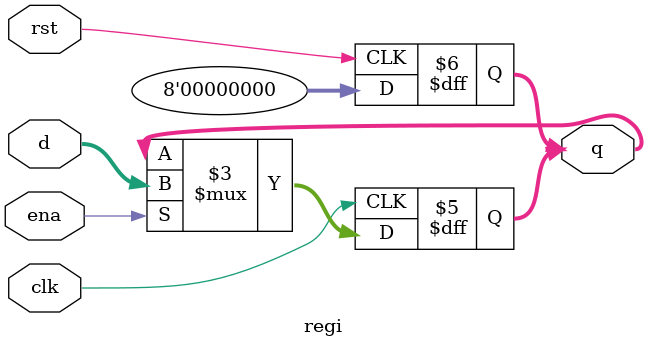
<source format=v>
module regi (d, q, ena, clk, rst);
				
input ena, clk, rst;
input	[7:0]	d;
output reg [7:0]	q;


always @(negedge rst)
begin
	q <= 8'b00000000;
end

always @(posedge clk)
begin
	if(ena)
		q <= d;
end




endmodule				
</source>
